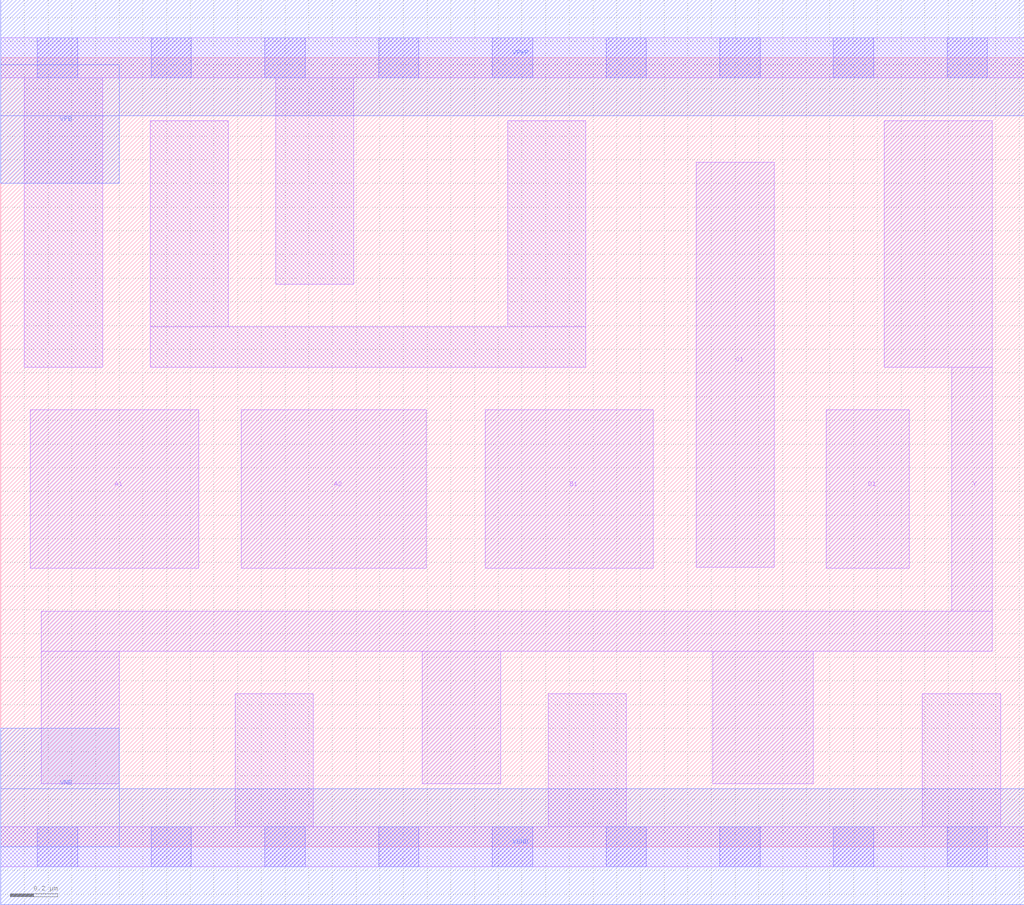
<source format=lef>
# Copyright 2020 The SkyWater PDK Authors
#
# Licensed under the Apache License, Version 2.0 (the "License");
# you may not use this file except in compliance with the License.
# You may obtain a copy of the License at
#
#     https://www.apache.org/licenses/LICENSE-2.0
#
# Unless required by applicable law or agreed to in writing, software
# distributed under the License is distributed on an "AS IS" BASIS,
# WITHOUT WARRANTIES OR CONDITIONS OF ANY KIND, either express or implied.
# See the License for the specific language governing permissions and
# limitations under the License.
#
# SPDX-License-Identifier: Apache-2.0

VERSION 5.5 ;
NAMESCASESENSITIVE ON ;
BUSBITCHARS "[]" ;
DIVIDERCHAR "/" ;
MACRO sky130_fd_sc_lp__a2111oi_lp
  CLASS CORE ;
  SOURCE USER ;
  ORIGIN  0.000000  0.000000 ;
  SIZE  4.320000 BY  3.330000 ;
  SYMMETRY X Y R90 ;
  SITE unit ;
  PIN A1
    ANTENNAGATEAREA  0.313000 ;
    DIRECTION INPUT ;
    USE SIGNAL ;
    PORT
      LAYER li1 ;
        RECT 0.125000 1.175000 0.835000 1.845000 ;
    END
  END A1
  PIN A2
    ANTENNAGATEAREA  0.313000 ;
    DIRECTION INPUT ;
    USE SIGNAL ;
    PORT
      LAYER li1 ;
        RECT 1.015000 1.175000 1.795000 1.845000 ;
    END
  END A2
  PIN B1
    ANTENNAGATEAREA  0.376000 ;
    DIRECTION INPUT ;
    USE SIGNAL ;
    PORT
      LAYER li1 ;
        RECT 2.045000 1.175000 2.755000 1.845000 ;
    END
  END B1
  PIN C1
    ANTENNAGATEAREA  0.376000 ;
    DIRECTION INPUT ;
    USE SIGNAL ;
    PORT
      LAYER li1 ;
        RECT 2.935000 1.180000 3.265000 2.890000 ;
    END
  END C1
  PIN D1
    ANTENNAGATEAREA  0.376000 ;
    DIRECTION INPUT ;
    USE SIGNAL ;
    PORT
      LAYER li1 ;
        RECT 3.485000 1.175000 3.835000 1.845000 ;
    END
  END D1
  PIN Y
    ANTENNADIFFAREA  0.635700 ;
    DIRECTION OUTPUT ;
    USE SIGNAL ;
    PORT
      LAYER li1 ;
        RECT 0.170000 0.265000 0.500000 0.825000 ;
        RECT 0.170000 0.825000 4.185000 0.995000 ;
        RECT 1.780000 0.265000 2.110000 0.825000 ;
        RECT 3.005000 0.265000 3.430000 0.825000 ;
        RECT 3.730000 2.025000 4.185000 3.065000 ;
        RECT 4.015000 0.995000 4.185000 2.025000 ;
    END
  END Y
  PIN VGND
    DIRECTION INOUT ;
    USE GROUND ;
    PORT
      LAYER met1 ;
        RECT 0.000000 -0.245000 4.320000 0.245000 ;
    END
  END VGND
  PIN VNB
    DIRECTION INOUT ;
    USE GROUND ;
    PORT
      LAYER met1 ;
        RECT 0.000000 0.000000 0.500000 0.500000 ;
    END
  END VNB
  PIN VPB
    DIRECTION INOUT ;
    USE POWER ;
    PORT
      LAYER met1 ;
        RECT 0.000000 2.800000 0.500000 3.300000 ;
    END
  END VPB
  PIN VPWR
    DIRECTION INOUT ;
    USE POWER ;
    PORT
      LAYER met1 ;
        RECT 0.000000 3.085000 4.320000 3.575000 ;
    END
  END VPWR
  OBS
    LAYER li1 ;
      RECT 0.000000 -0.085000 4.320000 0.085000 ;
      RECT 0.000000  3.245000 4.320000 3.415000 ;
      RECT 0.100000  2.025000 0.430000 3.245000 ;
      RECT 0.630000  2.025000 2.470000 2.195000 ;
      RECT 0.630000  2.195000 0.960000 3.065000 ;
      RECT 0.990000  0.085000 1.320000 0.645000 ;
      RECT 1.160000  2.375000 1.490000 3.245000 ;
      RECT 2.140000  2.195000 2.470000 3.065000 ;
      RECT 2.310000  0.085000 2.640000 0.645000 ;
      RECT 3.890000  0.085000 4.220000 0.645000 ;
    LAYER mcon ;
      RECT 0.155000 -0.085000 0.325000 0.085000 ;
      RECT 0.155000  3.245000 0.325000 3.415000 ;
      RECT 0.635000 -0.085000 0.805000 0.085000 ;
      RECT 0.635000  3.245000 0.805000 3.415000 ;
      RECT 1.115000 -0.085000 1.285000 0.085000 ;
      RECT 1.115000  3.245000 1.285000 3.415000 ;
      RECT 1.595000 -0.085000 1.765000 0.085000 ;
      RECT 1.595000  3.245000 1.765000 3.415000 ;
      RECT 2.075000 -0.085000 2.245000 0.085000 ;
      RECT 2.075000  3.245000 2.245000 3.415000 ;
      RECT 2.555000 -0.085000 2.725000 0.085000 ;
      RECT 2.555000  3.245000 2.725000 3.415000 ;
      RECT 3.035000 -0.085000 3.205000 0.085000 ;
      RECT 3.035000  3.245000 3.205000 3.415000 ;
      RECT 3.515000 -0.085000 3.685000 0.085000 ;
      RECT 3.515000  3.245000 3.685000 3.415000 ;
      RECT 3.995000 -0.085000 4.165000 0.085000 ;
      RECT 3.995000  3.245000 4.165000 3.415000 ;
  END
END sky130_fd_sc_lp__a2111oi_lp

</source>
